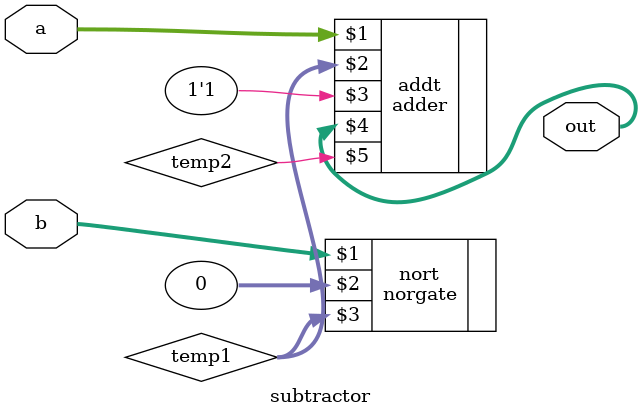
<source format=v>
module subtractor(
    input [31:0] a,
    input [31:0] b,
    output [31:0] out
);

wire [31:0] temp1;
wire temp2;

norgate nort(b, 0, temp1);
adder addt(a, temp1, 1'b1, out, temp2);


endmodule
</source>
